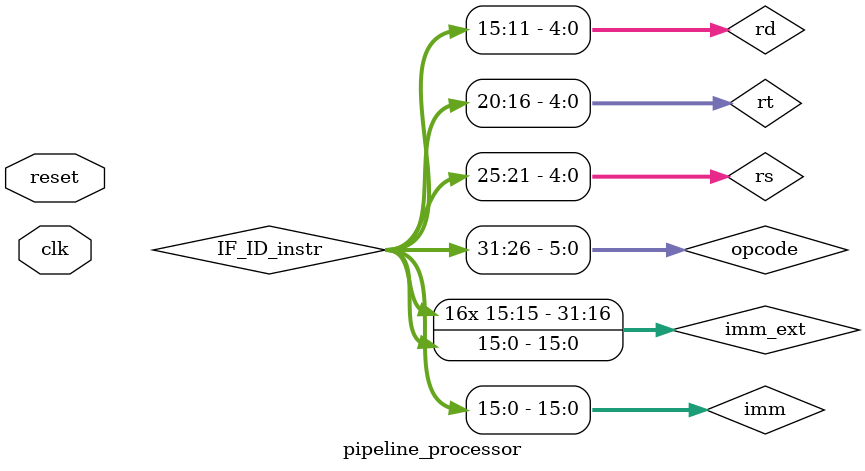
<source format=v>
module pipeline_processor(
    input clk,
    input reset
);

    reg [31:0] pc;
    reg [31:0] instr_mem [0:15];  // Instruction Memory
    reg [31:0] data_mem [0:15];   // Data Memory
    reg [31:0] reg_file [0:7];    // 8 Registers

    // Pipeline registers
    reg [31:0] IF_ID_instr;
    reg [31:0] ID_EX_instr;
    reg [31:0] ID_EX_reg1, ID_EX_reg2;
    reg [4:0]  ID_EX_rd;
    reg [31:0] EX_WB_result;
    reg [4:0]  EX_WB_rd;
    reg        EX_WB_wen;

    // Fetch Stage
    always @(posedge clk or posedge reset) begin
        if (reset) begin
            pc <= 0;
            IF_ID_instr <= 0;
        end else begin
            IF_ID_instr <= instr_mem[pc >> 2];
            pc <= pc + 4;
        end
    end

    // Decode Stage
    wire [5:0] opcode = IF_ID_instr[31:26];
    wire [4:0] rs = IF_ID_instr[25:21];
    wire [4:0] rt = IF_ID_instr[20:16];
    wire [4:0] rd = IF_ID_instr[15:11];
    wire [15:0] imm = IF_ID_instr[15:0];
    wire [31:0] imm_ext = {{16{imm[15]}}, imm};

    always @(posedge clk or posedge reset) begin
        if (reset) begin
            ID_EX_instr <= 0;
            ID_EX_reg1 <= 0;
            ID_EX_reg2 <= 0;
            ID_EX_rd <= 0;
        end else begin
            ID_EX_instr <= IF_ID_instr;
            ID_EX_reg1 <= reg_file[rs];
            ID_EX_reg2 <= reg_file[rt];
            ID_EX_rd <= rd;
        end
    end

    // Execute Stage
    reg [31:0] alu_result;
    reg        wen;

    always @(*) begin
        case (ID_EX_instr[31:26])
            6'b000000: begin // R-type (ADD/SUB)
                case (ID_EX_instr[5:0])
                    6'b100000: alu_result = ID_EX_reg1 + ID_EX_reg2; // ADD
                    6'b100010: alu_result = ID_EX_reg1 - ID_EX_reg2; // SUB
                    default:   alu_result = 0;
                endcase
                wen = 1;
            end
            6'b100011: begin // LOAD
                alu_result = data_mem[ID_EX_reg1 >> 2];
                wen = 1;
            end
            default: begin
                alu_result = 0;
                wen = 0;
            end
        endcase
    end

    always @(posedge clk or posedge reset) begin
        if (reset) begin
            EX_WB_result <= 0;
            EX_WB_rd <= 0;
            EX_WB_wen <= 0;
        end else begin
            EX_WB_result <= alu_result;
            EX_WB_rd <= ID_EX_rd;
            EX_WB_wen <= wen;
        end
    end

    // Write Back Stage
    always @(posedge clk or posedge reset) begin
        if (reset) begin
        end else if (EX_WB_wen) begin
            reg_file[EX_WB_rd] <= EX_WB_result;
        end
    end

endmodule


</source>
